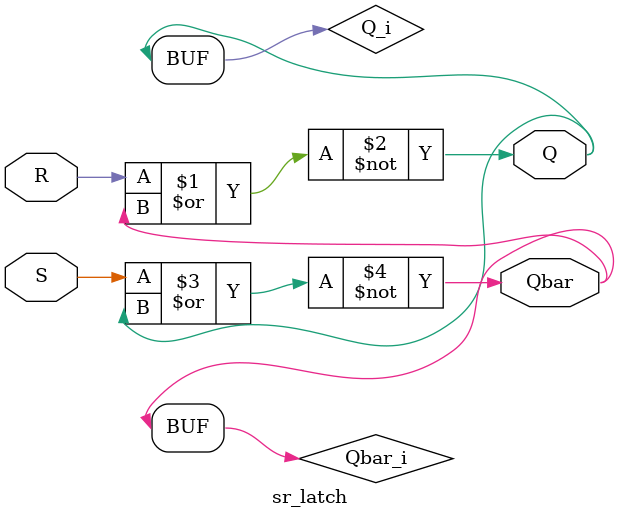
<source format=v>
`timescale 1ns / 1ps


module sr_latch(
    input R,
    input S,
    output Q,
    output Qbar
    );
    assign #2 Q_i = Q; 
    assign #2 Qbar_i = Qbar; 
    assign #2 Q = ~ (R | Qbar); 
    assign #2 Qbar = ~ (S | Q); 
endmodule


</source>
